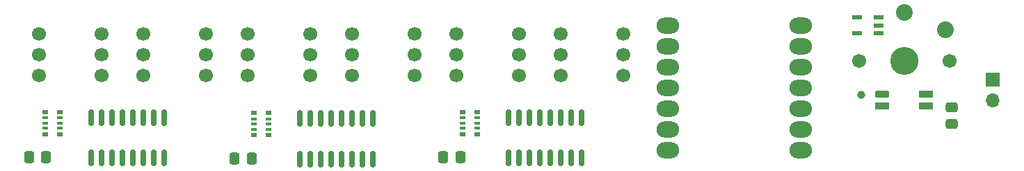
<source format=gbs>
G04 #@! TF.GenerationSoftware,KiCad,Pcbnew,(6.0.6-0)*
G04 #@! TF.CreationDate,2022-09-14T12:48:58-04:00*
G04 #@! TF.ProjectId,dial_toner_mx,6469616c-5f74-46f6-9e65-725f6d782e6b,rev?*
G04 #@! TF.SameCoordinates,Original*
G04 #@! TF.FileFunction,Soldermask,Bot*
G04 #@! TF.FilePolarity,Negative*
%FSLAX46Y46*%
G04 Gerber Fmt 4.6, Leading zero omitted, Abs format (unit mm)*
G04 Created by KiCad (PCBNEW (6.0.6-0)) date 2022-09-14 12:48:58*
%MOMM*%
%LPD*%
G01*
G04 APERTURE LIST*
G04 Aperture macros list*
%AMRoundRect*
0 Rectangle with rounded corners*
0 $1 Rounding radius*
0 $2 $3 $4 $5 $6 $7 $8 $9 X,Y pos of 4 corners*
0 Add a 4 corners polygon primitive as box body*
4,1,4,$2,$3,$4,$5,$6,$7,$8,$9,$2,$3,0*
0 Add four circle primitives for the rounded corners*
1,1,$1+$1,$2,$3*
1,1,$1+$1,$4,$5*
1,1,$1+$1,$6,$7*
1,1,$1+$1,$8,$9*
0 Add four rect primitives between the rounded corners*
20,1,$1+$1,$2,$3,$4,$5,0*
20,1,$1+$1,$4,$5,$6,$7,0*
20,1,$1+$1,$6,$7,$8,$9,0*
20,1,$1+$1,$8,$9,$2,$3,0*%
G04 Aperture macros list end*
%ADD10R,1.700000X1.700000*%
%ADD11O,1.700000X1.700000*%
%ADD12RoundRect,0.250000X0.337500X0.475000X-0.337500X0.475000X-0.337500X-0.475000X0.337500X-0.475000X0*%
%ADD13RoundRect,0.250000X-0.475000X0.337500X-0.475000X-0.337500X0.475000X-0.337500X0.475000X0.337500X0*%
%ADD14C,1.700000*%
%ADD15C,1.701800*%
%ADD16C,0.990600*%
%ADD17C,3.429000*%
%ADD18C,2.032000*%
%ADD19R,0.800000X0.480000*%
%ADD20R,0.800000X0.320000*%
%ADD21R,1.270000X0.558800*%
%ADD22R,1.700000X0.820000*%
%ADD23RoundRect,0.205000X0.645000X0.205000X-0.645000X0.205000X-0.645000X-0.205000X0.645000X-0.205000X0*%
%ADD24RoundRect,0.150000X-0.150000X0.825000X-0.150000X-0.825000X0.150000X-0.825000X0.150000X0.825000X0*%
%ADD25O,2.748280X1.998980*%
G04 APERTURE END LIST*
D10*
X208534000Y-128270000D03*
D11*
X208534000Y-130810000D03*
D12*
X93366500Y-137795000D03*
X91291500Y-137795000D03*
X143785500Y-137795000D03*
X141710500Y-137795000D03*
X118385500Y-137922000D03*
X116310500Y-137922000D03*
D13*
X203581000Y-131656000D03*
X203581000Y-133731000D03*
D14*
X143256000Y-122682000D03*
X143256000Y-125222000D03*
X143256000Y-127762000D03*
X150876000Y-122682000D03*
X150876000Y-125222000D03*
X150876000Y-127762000D03*
D15*
X192290000Y-125958000D03*
D16*
X192570000Y-130158000D03*
D17*
X197790000Y-125958000D03*
D15*
X203290000Y-125958000D03*
D18*
X197790000Y-120058000D03*
X202790000Y-122158000D03*
D14*
X105156000Y-122682000D03*
X105156000Y-125222000D03*
X105156000Y-127762000D03*
X112776000Y-122682000D03*
X112776000Y-125222000D03*
X112776000Y-127762000D03*
X130556000Y-122682000D03*
X130556000Y-125222000D03*
X130556000Y-127762000D03*
X138176000Y-122682000D03*
X138176000Y-125222000D03*
X138176000Y-127762000D03*
X117856000Y-122682000D03*
X117856000Y-125222000D03*
X117856000Y-127762000D03*
X125476000Y-122682000D03*
X125476000Y-125222000D03*
X125476000Y-127762000D03*
X155956000Y-122682000D03*
X155956000Y-125222000D03*
X155956000Y-127762000D03*
X163576000Y-122682000D03*
X163576000Y-125222000D03*
X163576000Y-127762000D03*
X92456000Y-122682000D03*
X92456000Y-125222000D03*
X92456000Y-127762000D03*
X100076000Y-122682000D03*
X100076000Y-125222000D03*
X100076000Y-127762000D03*
D19*
X145807000Y-132244000D03*
D20*
X145807000Y-132964000D03*
X145807000Y-133604000D03*
X145807000Y-134244000D03*
D19*
X145807000Y-134964000D03*
X144007000Y-134964000D03*
D20*
X144007000Y-134244000D03*
X144007000Y-133604000D03*
X144007000Y-132964000D03*
D19*
X144007000Y-132244000D03*
D21*
X194640400Y-120700200D03*
X194640400Y-121640000D03*
X194640400Y-122579800D03*
X192049600Y-122579800D03*
X192049600Y-120700200D03*
D19*
X120407000Y-132371000D03*
D20*
X120407000Y-133091000D03*
X120407000Y-133731000D03*
X120407000Y-134371000D03*
D19*
X120407000Y-135091000D03*
X118607000Y-135091000D03*
D20*
X118607000Y-134371000D03*
X118607000Y-133731000D03*
X118607000Y-133091000D03*
D19*
X118607000Y-132371000D03*
D22*
X200457000Y-131534000D03*
X200457000Y-130034000D03*
D23*
X195123000Y-130034000D03*
D22*
X195123000Y-131534000D03*
D19*
X95007000Y-132244000D03*
D20*
X95007000Y-132964000D03*
X95007000Y-133604000D03*
X95007000Y-134244000D03*
D19*
X95007000Y-134964000D03*
X93207000Y-134964000D03*
D20*
X93207000Y-134244000D03*
X93207000Y-133604000D03*
X93207000Y-132964000D03*
D19*
X93207000Y-132244000D03*
D24*
X149606000Y-132907000D03*
X150876000Y-132907000D03*
X152146000Y-132907000D03*
X153416000Y-132907000D03*
X154686000Y-132907000D03*
X155956000Y-132907000D03*
X157226000Y-132907000D03*
X158496000Y-132907000D03*
X158496000Y-137857000D03*
X157226000Y-137857000D03*
X155956000Y-137857000D03*
X154686000Y-137857000D03*
X153416000Y-137857000D03*
X152146000Y-137857000D03*
X150876000Y-137857000D03*
X149606000Y-137857000D03*
D25*
X185221880Y-121709180D03*
X185221880Y-124249180D03*
X185221880Y-126789180D03*
X185221880Y-129329180D03*
X185221880Y-131869180D03*
X185221880Y-134409180D03*
X185221880Y-136949180D03*
X169057320Y-136949180D03*
X169057320Y-134409180D03*
X169057320Y-131869180D03*
X169057320Y-129329180D03*
X169057320Y-126789180D03*
X169057320Y-124249180D03*
X169057320Y-121709180D03*
D24*
X124206000Y-133034000D03*
X125476000Y-133034000D03*
X126746000Y-133034000D03*
X128016000Y-133034000D03*
X129286000Y-133034000D03*
X130556000Y-133034000D03*
X131826000Y-133034000D03*
X133096000Y-133034000D03*
X133096000Y-137984000D03*
X131826000Y-137984000D03*
X130556000Y-137984000D03*
X129286000Y-137984000D03*
X128016000Y-137984000D03*
X126746000Y-137984000D03*
X125476000Y-137984000D03*
X124206000Y-137984000D03*
X98806000Y-132907000D03*
X100076000Y-132907000D03*
X101346000Y-132907000D03*
X102616000Y-132907000D03*
X103886000Y-132907000D03*
X105156000Y-132907000D03*
X106426000Y-132907000D03*
X107696000Y-132907000D03*
X107696000Y-137857000D03*
X106426000Y-137857000D03*
X105156000Y-137857000D03*
X103886000Y-137857000D03*
X102616000Y-137857000D03*
X101346000Y-137857000D03*
X100076000Y-137857000D03*
X98806000Y-137857000D03*
M02*

</source>
